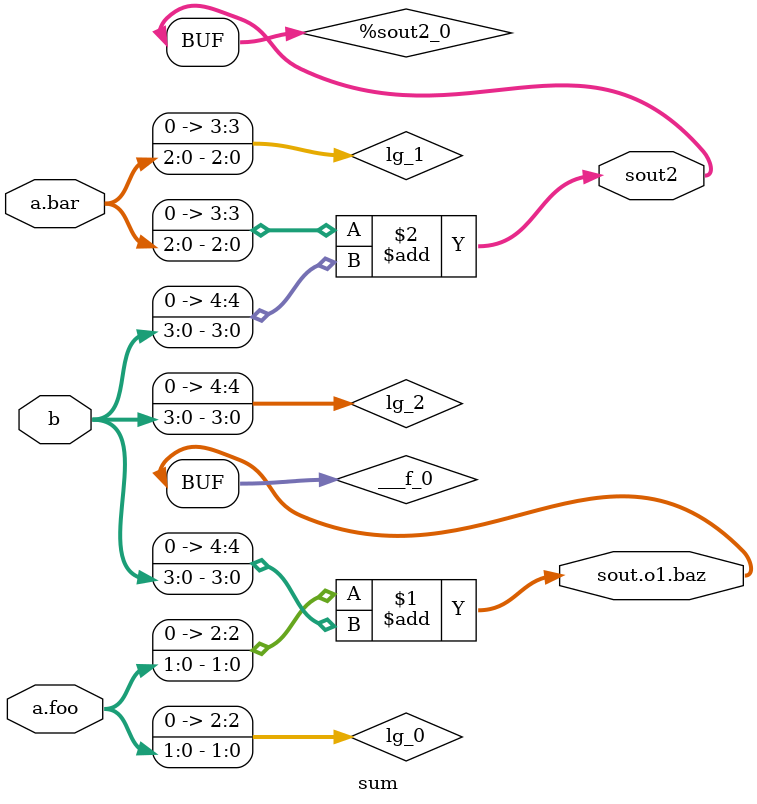
<source format=v>
/* Generated by Yosys livehd+0.9+ */

module top(out, out5);
  wire [3:0] \%out5_0 ;
  wire [4:0] \%out_0 ;
  wire [2:0] lg_0;
  wire [1:0] lg_1;
  wire [2:0] lg_2;
  wire [3:0] lg_3;
  wire [5:0] lg_4;
  wire [5:0] lg_5;
  output [4:0] out;
  output [3:0] out5;
  sum \___b_0:tmp_0:sum  (
    .\a.bar (lg_2),
    .\a.foo (lg_0),
    .b(lg_3),
    .\sout.o1.baz (lg_4),
    .sout2(lg_5)
  );
  assign \%out_0  = $signed(lg_1) + $signed(lg_4);
  assign \%out5_0  = $signed(lg_1) + $signed(lg_5);
  assign lg_0 = 3'h3;
  assign lg_1 = 2'h1;
  assign lg_2 = 3'h2;
  assign lg_3 = 4'h4;
  assign out = \%out_0 ;
  assign out5 = \%out5_0 ;
endmodule
/* Generated by Yosys livehd+0.9+ */

module sum(\a.foo , \a.bar , b, \sout.o1.baz , sout2);
  wire [5:0] \%sout2_0 ;
  wire [5:0] ___f_0;
  input [2:0] \a.bar ;
  input [1:0] \a.foo ;
  input [3:0] b;
  wire [2:0] lg_0;
  wire [3:0] lg_1;
  wire [4:0] lg_2;
  output [5:0] \sout.o1.baz ;
  output [5:0] sout2;
  assign ___f_0 = lg_0 + lg_2;
  assign \%sout2_0  = lg_1 + lg_2;
  assign \sout.o1.baz  = ___f_0;
  assign sout2 = \%sout2_0 ;
  assign lg_0 = { 1'h0, \a.foo  };
  assign lg_1 = { 1'h0, \a.bar  };
  assign lg_2 = { 1'h0, b };
endmodule

</source>
